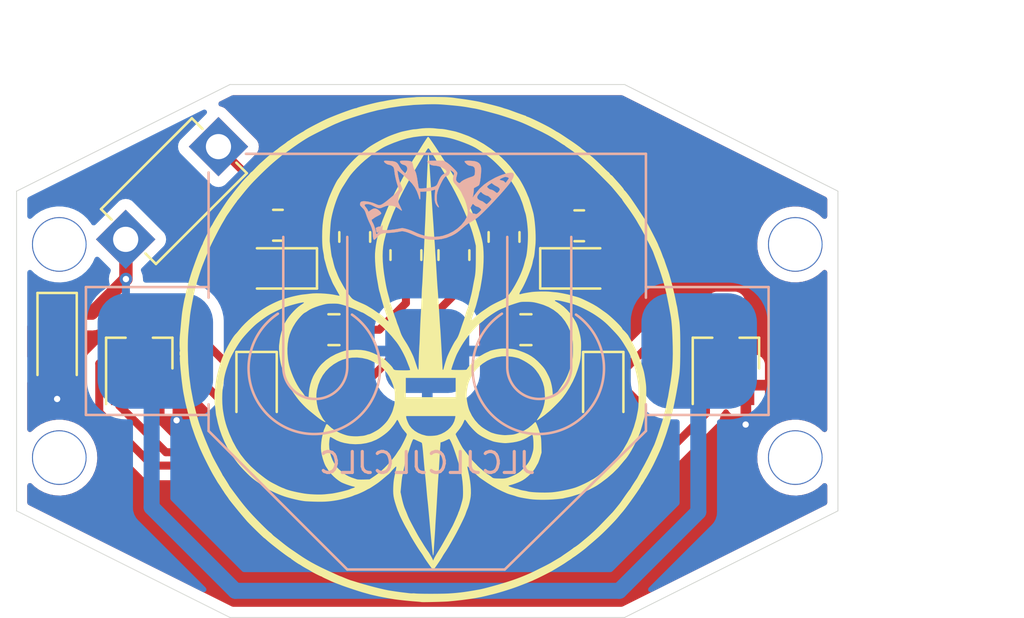
<source format=kicad_pcb>
(kicad_pcb (version 20211014) (generator pcbnew)
  (layers (0 "F.Cu" signal "Front") (31 "B.Cu" signal "Back") (34 "B.Paste" user) (35 "F.Paste" user) (36 "B.SilkS" user "B.Silkscreen") (37 "F.SilkS" user "F.Silkscreen") (38 "B.Mask" user) (39 "F.Mask" user) (44 "Edge.Cuts" user))
  (net 0 "")
  (net 1 "Net-(R1-Pad2)")
  (net 2 "GND")
  (net 3 "Net-(C1-Pad1)")
  (net 4 "Net-(C1-Pad2)")
  (net 5 "Net-(C2-Pad1)")
  (net 6 "Net-(C2-Pad2)")
  (net 7 "Net-(D1-Pad2)")
  (net 8 "Net-(D2-Pad2)")
  (net 9 "Net-(D3-Pad2)")
  (net 10 "Net-(D4-Pad2)")
  (net 11 "Net-(BT1-Pad1)")
  (footprint "Resistor_SMD:R_0805_2012Metric_Pad1.20x1.40mm_HandSolder" (layer "F.Cu") (at 54.864 41.656 90)
    (fp_text reference "R3" hide)
    (fp_text value "10k")
    (pad "1" smd roundrect locked (at -1 0 90) (size 1.2 1.4) (layers "F.Cu" "F.Paste" "F.Mask") (roundrect_rratio 0.2083333333) (net 4 "Net-(C1-Pad2)"))
    (pad "2" smd roundrect locked (at 1 0 90) (size 1.2 1.4) (layers "F.Cu" "F.Paste" "F.Mask") (roundrect_rratio 0.2083333333) (net 1 "Net-(R1-Pad2)"))
  )
  (footprint "Button_Switch_SMD:SW_SPST_CK_RS282G05A3" (layer "F.Cu") (at 43.815 38.608 -135)
    (fp_text reference "SW1" hide)
    (fp_text value "GO")
    (pad "1" thru_hole rect (at -3 0 225) (size 2 2) (drill 1.2) (layers *.Cu *.Mask) (net 1 "Net-(R1-Pad2)"))
    (pad "2" thru_hole rect (at 3.25 0 225) (size 2 2) (drill 1.2) (layers *.Cu *.Mask) (net 11 "Net-(BT1-Pad1)"))
  )
  (footprint "LED_SMD:LED_0805_2012Metric_Pad1.15x1.40mm_HandSolder" (layer "F.Cu") (at 64.262 48.133 -90)
    (fp_text reference "D4" hide)
    (fp_text value "LED_Small")
    (pad "1" smd roundrect locked (at -1.025 0 270) (size 1.15 1.4) (layers "F.Cu" "F.Paste" "F.Mask") (roundrect_rratio 0.2173913043) (net 5 "Net-(C2-Pad1)"))
    (pad "2" smd roundrect locked (at 1.025 0 270) (size 1.15 1.4) (layers "F.Cu" "F.Paste" "F.Mask") (roundrect_rratio 0.2173913043) (net 10 "Net-(D4-Pad2)"))
  )
  (footprint "LOGO" (layer "F.Cu") (at 55.967481 45.847)
    (fp_text reference "G***" hide)
    (fp_text value "LOGO" hide)
  )
  (footprint "Capacitor_Tantalum_SMD:CP_EIA-3216-18_Kemet-A" (layer "F.Cu") (at 38.2524 45.7708 -90)
    (fp_text reference "C3" hide)
    (fp_text value "10u")
    (pad "1" smd roundrect locked (at -1.35 0 270) (size 1.4 1.35) (layers "F.Cu" "F.Paste" "F.Mask") (roundrect_rratio 0.1851851852) (net 11 "Net-(BT1-Pad1)"))
    (pad "2" smd roundrect locked (at 1.35 0 270) (size 1.4 1.35) (layers "F.Cu" "F.Paste" "F.Mask") (roundrect_rratio 0.1851851852) (net 2 "GND"))
  )
  (footprint "Package_TO_SOT_SMD:SOT-23_Handsoldering" (layer "F.Cu") (at 70.104 46.355 90)
    (fp_text reference "Q2" hide)
    (fp_text value "Q_NPN_BEC (BC817K40E6327HTSA1)" hide)
    (pad "1" smd rect locked (at -1.5 -0.95 90) (size 1.9 0.8) (layers "F.Cu" "F.Paste" "F.Mask") (net 4 "Net-(C1-Pad2)"))
    (pad "2" smd rect locked (at -1.5 0.95 90) (size 1.9 0.8) (layers "F.Cu" "F.Paste" "F.Mask") (net 2 "GND"))
    (pad "3" smd rect locked (at 1.5 0 90) (size 1.9 0.8) (layers "F.Cu" "F.Paste" "F.Mask") (net 5 "Net-(C2-Pad1)"))
  )
  (footprint "Capacitor_SMD:C_0805_2012Metric_Pad1.18x1.45mm_HandSolder" (layer "F.Cu") (at 51.435 45.212)
    (fp_text reference "C1" hide)
    (fp_text value "1u")
    (pad "1" smd roundrect locked (at -1.0375 0) (size 1.175 1.45) (layers "F.Cu" "F.Paste" "F.Mask") (roundrect_rratio 0.2127659574) (net 3 "Net-(C1-Pad1)"))
    (pad "2" smd roundrect locked (at 1.0375 0) (size 1.175 1.45) (layers "F.Cu" "F.Paste" "F.Mask") (roundrect_rratio 0.2127659574) (net 4 "Net-(C1-Pad2)"))
  )
  (footprint "Resistor_SMD:R_0805_2012Metric_Pad1.20x1.40mm_HandSolder" (layer "F.Cu") (at 59.5376 40.7924 90)
    (fp_text reference "R6" hide)
    (fp_text value "100")
    (pad "1" smd roundrect locked (at -1 0 90) (size 1.2 1.4) (layers "F.Cu" "F.Paste" "F.Mask") (roundrect_rratio 0.2083333333) (net 10 "Net-(D4-Pad2)"))
    (pad "2" smd roundrect locked (at 1 0 90) (size 1.2 1.4) (layers "F.Cu" "F.Paste" "F.Mask") (roundrect_rratio 0.2083333333) (net 1 "Net-(R1-Pad2)"))
  )
  (footprint "Resistor_SMD:R_0805_2012Metric_Pad1.20x1.40mm_HandSolder" (layer "F.Cu") (at 57.15 41.656 90)
    (fp_text reference "R4" hide)
    (fp_text value "10k")
    (pad "1" smd roundrect locked (at -1 0 90) (size 1.2 1.4) (layers "F.Cu" "F.Paste" "F.Mask") (roundrect_rratio 0.2083333333) (net 6 "Net-(C2-Pad2)"))
    (pad "2" smd roundrect locked (at 1 0 90) (size 1.2 1.4) (layers "F.Cu" "F.Paste" "F.Mask") (roundrect_rratio 0.2083333333) (net 1 "Net-(R1-Pad2)"))
  )
  (footprint "Resistor_SMD:R_0805_2012Metric_Pad1.20x1.40mm_HandSolder" (layer "F.Cu") (at 63.119 40.259 180)
    (fp_text reference "R5" hide)
    (fp_text value "100")
    (pad "1" smd roundrect locked (at -1 0 180) (size 1.2 1.4) (layers "F.Cu" "F.Paste" "F.Mask") (roundrect_rratio 0.2083333333) (net 9 "Net-(D3-Pad2)"))
    (pad "2" smd roundrect locked (at 1 0 180) (size 1.2 1.4) (layers "F.Cu" "F.Paste" "F.Mask") (roundrect_rratio 0.2083333333) (net 1 "Net-(R1-Pad2)"))
  )
  (footprint "Package_TO_SOT_SMD:SOT-23_Handsoldering" (layer "F.Cu") (at 42.164 46.355 90)
    (fp_text reference "Q1" hide)
    (fp_text value "Q_NPN_BEC (BC817K40E6327HTSA1)" hide)
    (pad "1" smd rect locked (at -1.5 -0.95 90) (size 1.9 0.8) (layers "F.Cu" "F.Paste" "F.Mask") (net 6 "Net-(C2-Pad2)"))
    (pad "2" smd rect locked (at -1.5 0.95 90) (size 1.9 0.8) (layers "F.Cu" "F.Paste" "F.Mask") (net 2 "GND"))
    (pad "3" smd rect locked (at 1.5 0 90) (size 1.9 0.8) (layers "F.Cu" "F.Paste" "F.Mask") (net 3 "Net-(C1-Pad1)"))
  )
  (footprint "Resistor_SMD:R_0805_2012Metric_Pad1.20x1.40mm_HandSolder" (layer "F.Cu") (at 48.768 40.2336)
    (fp_text reference "R2" hide)
    (fp_text value "100")
    (pad "1" smd roundrect locked (at -1 0) (size 1.2 1.4) (layers "F.Cu" "F.Paste" "F.Mask") (roundrect_rratio 0.2083333333) (net 8 "Net-(D2-Pad2)"))
    (pad "2" smd roundrect locked (at 1 0) (size 1.2 1.4) (layers "F.Cu" "F.Paste" "F.Mask") (roundrect_rratio 0.2083333333) (net 1 "Net-(R1-Pad2)"))
  )
  (footprint "LED_SMD:LED_0805_2012Metric_Pad1.15x1.40mm_HandSolder" (layer "F.Cu") (at 48.768 42.291 180)
    (fp_text reference "D2" hide)
    (fp_text value "LED_Small")
    (pad "1" smd roundrect locked (at -1.025 0 180) (size 1.15 1.4) (layers "F.Cu" "F.Paste" "F.Mask") (roundrect_rratio 0.2173913043) (net 3 "Net-(C1-Pad1)"))
    (pad "2" smd roundrect locked (at 1.025 0 180) (size 1.15 1.4) (layers "F.Cu" "F.Paste" "F.Mask") (roundrect_rratio 0.2173913043) (net 8 "Net-(D2-Pad2)"))
  )
  (footprint "Capacitor_SMD:C_0805_2012Metric_Pad1.18x1.45mm_HandSolder" (layer "F.Cu") (at 60.579 45.212 180)
    (fp_text reference "C2" hide)
    (fp_text value "1u")
    (pad "1" smd roundrect locked (at -1.0375 0 180) (size 1.175 1.45) (layers "F.Cu" "F.Paste" "F.Mask") (roundrect_rratio 0.2127659574) (net 5 "Net-(C2-Pad1)"))
    (pad "2" smd roundrect locked (at 1.0375 0 180) (size 1.175 1.45) (layers "F.Cu" "F.Paste" "F.Mask") (roundrect_rratio 0.2127659574) (net 6 "Net-(C2-Pad2)"))
  )
  (footprint "LED_SMD:LED_0805_2012Metric_Pad1.15x1.40mm_HandSolder" (layer "F.Cu") (at 63.119 42.291)
    (fp_text reference "D3" hide)
    (fp_text value "LED_Small")
    (pad "1" smd roundrect locked (at -1.025 0) (size 1.15 1.4) (layers "F.Cu" "F.Paste" "F.Mask") (roundrect_rratio 0.2173913043) (net 5 "Net-(C2-Pad1)"))
    (pad "2" smd roundrect locked (at 1.025 0) (size 1.15 1.4) (layers "F.Cu" "F.Paste" "F.Mask") (roundrect_rratio 0.2173913043) (net 9 "Net-(D3-Pad2)"))
  )
  (footprint "Resistor_SMD:R_0805_2012Metric_Pad1.20x1.40mm_HandSolder" (layer "F.Cu") (at 52.4256 40.7924 90)
    (fp_text reference "R1" hide)
    (fp_text value "100")
    (pad "1" smd roundrect locked (at -1 0 90) (size 1.2 1.4) (layers "F.Cu" "F.Paste" "F.Mask") (roundrect_rratio 0.2083333333) (net 7 "Net-(D1-Pad2)"))
    (pad "2" smd roundrect locked (at 1 0 90) (size 1.2 1.4) (layers "F.Cu" "F.Paste" "F.Mask") (roundrect_rratio 0.2083333333) (net 1 "Net-(R1-Pad2)"))
  )
  (footprint "LED_SMD:LED_0805_2012Metric_Pad1.15x1.40mm_HandSolder" (layer "F.Cu") (at 47.752 48.133 -90)
    (fp_text reference "D1" hide)
    (fp_text value "LED_Small")
    (pad "1" smd roundrect locked (at -1.025 0 270) (size 1.15 1.4) (layers "F.Cu" "F.Paste" "F.Mask") (roundrect_rratio 0.2173913043) (net 3 "Net-(C1-Pad1)"))
    (pad "2" smd roundrect locked (at 1.025 0 270) (size 1.15 1.4) (layers "F.Cu" "F.Paste" "F.Mask") (roundrect_rratio 0.2173913043) (net 7 "Net-(D1-Pad2)"))
  )
  (footprint "custom:2032 battery clip" (layer "B.Cu") (at 55.88 46.228 180)
    (fp_text reference "BT1" hide)
    (fp_text value "2032")
    (pad "1" smd roundrect (at 12.95 0 180) (size 5.5 5.5) (layers "B.Cu" "B.Paste" "B.Mask") (net 11 "Net-(BT1-Pad1)"))
    (pad "1" smd roundrect (at -12.95 0 180) (size 5.5 5.5) (layers "B.Cu" "B.Paste" "B.Mask") (net 11 "Net-(BT1-Pad1)"))
    (pad "2" smd roundrect (at 0 0 180) (size 4 4) (layers "B.Cu" "B.Paste" "B.Mask") (net 2 "GND"))
  )
  (footprint "custom:_Racoon_small" (layer "B.Cu") (at 55.8038 42.0116)
    (fp_text reference "S1" hide)
    (fp_text value "Coon_small" hide)
  )
  (gr_line (start 36.322 53.848) (end 36.322 38.608) (layer "Edge.Cuts") (width 0.0381))
  (gr_line (start 65.278 58.928) (end 46.482 58.928) (layer "Edge.Cuts") (width 0.0381))
  (gr_line (start 46.482 58.928) (end 36.322 53.848) (layer "Edge.Cuts") (width 0.0381))
  (gr_line (start 75.438 53.848) (end 65.278 58.928) (layer "Edge.Cuts") (width 0.0381))
  (gr_line (start 36.322 38.608) (end 46.482 33.528) (layer "Edge.Cuts") (width 0.0381))
  (gr_line (start 46.482 33.528) (end 65.278 33.528) (layer "Edge.Cuts") (width 0.0381))
  (gr_line (start 75.438 38.608) (end 75.438 53.848) (layer "Edge.Cuts") (width 0.0381))
  (gr_line (start 65.278 33.528) (end 75.438 38.608) (layer "Edge.Cuts") (width 0.0381))
  (gr_text "JLCJLCJLCJLC" (at 55.88 51.562) (layer "B.SilkS") (effects (font (size 1 1)) (justify mirror)))
  (via (at 38.354 51.308) (size 2.6) (drill 2.5) (layers "F.Cu" "B.Cu") (net 0))
  (via (at 73.406 41.148) (size 2.6) (drill 2.5) (layers "F.Cu" "B.Cu") (net 0))
  (via (at 38.354 41.148) (size 2.6) (drill 2.5) (layers "F.Cu" "B.Cu") (net 0))
  (via (at 73.406 51.308) (size 2.6) (drill 2.5) (layers "F.Cu" "B.Cu") (net 0))
  (segment (start 49.768 40.2336) (end 50.8508 40.2336) (width 0.381) (layer "F.Cu") (net 1))
  (segment (start 59.5376 39.7924) (end 60.6712 39.7924) (width 0.381) (layer "F.Cu") (net 1))
  (segment (start 50.8508 40.2336) (end 51.292 39.7924) (width 0.381) (layer "F.Cu") (net 1))
  (segment (start 49.768 39.3032) (end 49.768 40.2336) (width 0.381) (layer "F.Cu") (net 1))
  (segment (start 48.36244 38.9128) (end 49.3776 38.9128) (width 0.381) (layer "F.Cu") (net 1))
  (segment (start 49.3776 38.9128) (end 49.768 39.3032) (width 0.381) (layer "F.Cu") (net 1))
  (segment (start 61.1378 40.259) (end 62.119 40.259) (width 0.381) (layer "F.Cu") (net 1))
  (segment (start 53.2892 40.656) (end 58.674 40.656) (width 0.381) (layer "F.Cu") (net 1))
  (segment (start 60.6712 39.7924) (end 61.1378 40.259) (width 0.381) (layer "F.Cu") (net 1))
  (segment (start 58.674 40.656) (end 59.5376 39.7924) (width 0.381) (layer "F.Cu") (net 1))
  (segment (start 51.292 39.7924) (end 52.4256 39.7924) (width 0.381) (layer "F.Cu") (net 1))
  (segment (start 52.4256 39.7924) (end 53.2892 40.656) (width 0.381) (layer "F.Cu") (net 1))
  (segment (start 45.93632 36.48668) (end 48.36244 38.9128) (width 0.381) (layer "F.Cu") (net 1))
  (segment (start 43.942 49.53) (end 43.942 48.006) (width 0.381) (layer "F.Cu") (net 2))
  (segment (start 38.2524 48.514) (end 38.2524 47.12081) (width 0.635) (layer "F.Cu") (net 2))
  (segment (start 71.054 49.723) (end 71.054 47.855) (width 0.381) (layer "F.Cu") (net 2))
  (segment (start 43.942 48.006) (end 43.791 47.855) (width 0.381) (layer "F.Cu") (net 2))
  (segment (start 71.0438 49.7332) (end 71.054 49.723) (width 0.381) (layer "F.Cu") (net 2))
  (segment (start 43.791 47.855) (end 43.114 47.855) (width 0.381) (layer "F.Cu") (net 2))
  (via (at 38.2524 48.514) (size 0.6) (drill 0.3) (layers "F.Cu" "B.Cu") (net 2))
  (via (at 71.0438 49.7332) (size 0.6) (drill 0.3) (layers "F.Cu" "B.Cu") (net 2))
  (via (at 43.942 49.53) (size 0.6) (drill 0.3) (layers "F.Cu" "B.Cu") (net 2))
  (segment (start 49.784 42.3) (end 49.784 43.5356) (width 0.381) (layer "F.Cu") (net 3))
  (segment (start 47.752 47.108) (end 46.6 47.108) (width 0.381) (layer "F.Cu") (net 3))
  (segment (start 49.793 42.291) (end 49.784 42.3) (width 0.381) (layer "F.Cu") (net 3))
  (segment (start 44.347 44.855) (end 42.164 44.855) (width 0.381) (layer "F.Cu") (net 3))
  (segment (start 49.784 43.5356) (end 50.3975 44.1491) (width 0.381) (layer "F.Cu") (net 3))
  (segment (start 50.3975 44.1491) (end 50.3975 46.2495) (width 0.381) (layer "F.Cu") (net 3))
  (segment (start 46.6 47.108) (end 44.347 44.855) (width 0.381) (layer "F.Cu") (net 3))
  (segment (start 49.539 47.108) (end 47.752 47.108) (width 0.381) (layer "F.Cu") (net 3))
  (segment (start 50.3975 46.2495) (end 49.539 47.108) (width 0.381) (layer "F.Cu") (net 3))
  (segment (start 52.4725 46.7145) (end 48.768 50.419) (width 0.381) (layer "F.Cu") (net 4))
  (segment (start 46.736 50.419) (end 46.228 49.911) (width 0.381) (layer "F.Cu") (net 4))
  (segment (start 48.768 50.419) (end 46.736 50.419) (width 0.381) (layer "F.Cu") (net 4))
  (segment (start 43.815 46.355) (end 40.729978 46.355) (width 0.381) (layer "F.Cu") (net 4))
  (segment (start 66.675 51.689) (end 69.154 49.21) (width 0.381) (layer "F.Cu") (net 4))
  (segment (start 54.864 43.942) (end 53.594 45.212) (width 0.381) (layer "F.Cu") (net 4))
  (segment (start 54.864 42.5685) (end 54.864 43.942) (width 0.381) (layer "F.Cu") (net 4))
  (segment (start 69.154 49.21) (end 69.154 47.855) (width 0.381) (layer "F.Cu") (net 4))
  (segment (start 53.594 45.212) (end 52.4725 45.212) (width 0.381) (layer "F.Cu") (net 4))
  (segment (start 46.228 49.911) (end 46.228 48.768) (width 0.381) (layer "F.Cu") (net 4))
  (segment (start 52.4725 45.212) (end 52.4725 46.7145) (width 0.381) (layer "F.Cu") (net 4))
  (segment (start 42.799 51.689) (end 66.675 51.689) (width 0.381) (layer "F.Cu") (net 4))
  (segment (start 46.228 48.768) (end 43.815 46.355) (width 0.381) (layer "F.Cu") (net 4))
  (segment (start 40.729978 46.355) (end 40.259 46.825978) (width 0.381) (layer "F.Cu") (net 4))
  (segment (start 40.259 46.825978) (end 40.259 49.149) (width 0.381) (layer "F.Cu") (net 4))
  (segment (start 40.259 49.149) (end 42.799 51.689) (width 0.381) (layer "F.Cu") (net 4))
  (segment (start 67.54 44.855) (end 65.287 47.108) (width 0.381) (layer "F.Cu") (net 5))
  (segment (start 62.094 43.697) (end 62.094 42.291) (width 0.381) (layer "F.Cu") (net 5))
  (segment (start 62.348 47.108) (end 61.6165 46.3765) (width 0.381) (layer "F.Cu") (net 5))
  (segment (start 70.104 44.855) (end 67.54 44.855) (width 0.381) (layer "F.Cu") (net 5))
  (segment (start 61.6165 44.1745) (end 62.094 43.697) (width 0.381) (layer "F.Cu") (net 5))
  (segment (start 61.6165 46.3765) (end 61.6165 44.1745) (width 0.381) (layer "F.Cu") (net 5))
  (segment (start 65.287 47.108) (end 64.262 47.108) (width 0.381) (layer "F.Cu") (net 5))
  (segment (start 64.262 47.108) (end 62.348 47.108) (width 0.381) (layer "F.Cu") (net 5))
  (segment (start 65.024 51.054) (end 43.434 51.054) (width 0.381) (layer "F.Cu") (net 6))
  (segment (start 65.913 50.165) (end 65.024 51.054) (width 0.381) (layer "F.Cu") (net 6))
  (segment (start 59.5415 45.212) (end 59.5415 46.0795) (width 0.381) (layer "F.Cu") (net 6))
  (segment (start 43.434 51.054) (end 41.214 48.834) (width 0.381) (layer "F.Cu") (net 6))
  (segment (start 57.15 43.561) (end 50.673 50.038) (width 0.381) (layer "F.Cu") (net 6))
  (segment (start 50.673 50.038) (end 50.673 51.054) (width 0.381) (layer "F.Cu") (net 6))
  (segment (start 41.214 48.834) (end 41.214 47.855) (width 0.381) (layer "F.Cu") (net 6))
  (segment (start 57.15 42.5685) (end 57.15 43.561) (width 0.381) (layer "F.Cu") (net 6))
  (segment (start 65.913 48.641) (end 65.913 50.165) (width 0.381) (layer "F.Cu") (net 6))
  (segment (start 61.595 48.133) (end 65.405 48.133) (width 0.381) (layer "F.Cu") (net 6))
  (segment (start 65.405 48.133) (end 65.913 48.641) (width 0.381) (layer "F.Cu") (net 6))
  (segment (start 59.5415 46.0795) (end 61.595 48.133) (width 0.381) (layer "F.Cu") (net 6))
  (segment (start 51.435 46.609) (end 51.435 43.8658) (width 0.381) (layer "F.Cu") (net 7))
  (segment (start 52.4256 42.8752) (end 52.4256 41.7924) (width 0.381) (layer "F.Cu") (net 7))
  (segment (start 48.886 49.158) (end 51.435 46.609) (width 0.381) (layer "F.Cu") (net 7))
  (segment (start 47.752 49.158) (end 48.886 49.158) (width 0.381) (layer "F.Cu") (net 7))
  (segment (start 51.435 43.8658) (end 52.4256 42.8752) (width 0.381) (layer "F.Cu") (net 7))
  (segment (start 47.768 42.3395) (end 47.768 40.132) (width 0.381) (layer "F.Cu") (net 8))
  (segment (start 64.144 40.284) (end 64.144 42.291) (width 0.381) (layer "F.Cu") (net 9))
  (segment (start 64.119 40.259) (end 64.144 40.284) (width 0.381) (layer "F.Cu") (net 9))
  (segment (start 58.547 46.355) (end 58.547 43.8404) (width 0.381) (layer "F.Cu") (net 10))
  (segment (start 61.35 49.158) (end 58.547 46.355) (width 0.381) (layer "F.Cu") (net 10))
  (segment (start 58.547 43.8404) (end 59.5376 42.8498) (width 0.381) (layer "F.Cu") (net 10))
  (segment (start 59.5376 42.8498) (end 59.5376 41.7924) (width 0.381) (layer "F.Cu") (net 10))
  (segment (start 64.262 49.158) (end 61.35 49.158) (width 0.381) (layer "F.Cu") (net 10))
  (segment (start 39.9072 44.4208) (end 41.529 42.799) (width 0.635) (layer "F.Cu") (net 11))
  (segment (start 41.529 40.918194) (end 41.516903 40.906097) (width 0.381) (layer "F.Cu") (net 11))
  (segment (start 41.529 42.799) (end 41.529 40.918206) (width 0.635) (layer "F.Cu") (net 11))
  (segment (start 38.2524 44.4208) (end 39.9072 44.4208) (width 0.635) (layer "F.Cu") (net 11))
  (via (at 41.529 42.799) (size 0.6) (drill 0.3) (layers "F.Cu" "B.Cu") (net 11))
  (segment (start 68.788489 53.893511) (end 65.024 57.658) (width 0.762) (layer "B.Cu") (net 11))
  (segment (start 41.529 44.827) (end 42.93 46.228) (width 0.381) (layer "B.Cu") (net 11))
  (segment (start 46.736 57.658) (end 42.753489 53.675489) (width 0.762) (layer "B.Cu") (net 11))
  (segment (start 42.753489 53.675489) (end 42.753489 46.404511) (width 0.762) (layer "B.Cu") (net 11))
  (segment (start 41.529 42.799) (end 41.529 44.827) (width 0.381) (layer "B.Cu") (net 11))
  (segment (start 68.788489 46.269511) (end 68.788489 53.893511) (width 0.762) (layer "B.Cu") (net 11))
  (segment (start 65.024 57.658) (end 46.736 57.658) (width 0.762) (layer "B.Cu") (net 11))
  (zone (net 2) (net_name "GND") (layer "F.Cu") (connect_pads (clearance 0.508)) (min_thickness 0.254) (fill yes (thermal_gap 0.508) (thermal_bridge_width 0.508))
    (polygon (pts (xy 75.438 53.848) (xy 65.278 58.928) (xy 46.482 58.928) (xy 36.322 53.848) (xy 36.322 38.608) (xy 46.482 33.528) (xy 65.278 33.528) (xy 75.438 38.608)))
  )
  (zone (net 2) (net_name "GND") (layer "B.Cu") (connect_pads (clearance 0.508)) (min_thickness 0.254) (fill yes (thermal_gap 0.508) (thermal_bridge_width 0.508))
    (polygon (pts (xy 75.438 38.608) (xy 75.438 53.848) (xy 65.278 58.928) (xy 46.482 58.928) (xy 36.322 53.848) (xy 36.322 38.608) (xy 46.482 33.528) (xy 65.278 33.528)))
  )
)
</source>
